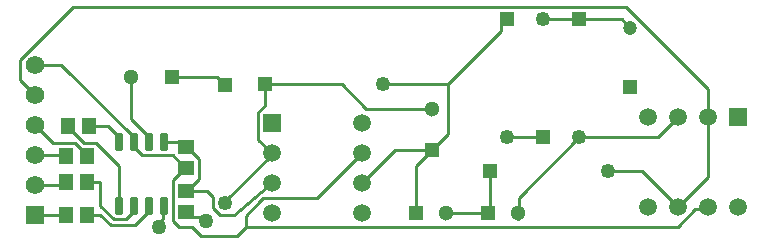
<source format=gtl>
G04*
G04 #@! TF.GenerationSoftware,Altium Limited,Altium Designer,23.11.1 (41)*
G04*
G04 Layer_Physical_Order=1*
G04 Layer_Color=255*
%FSLAX25Y25*%
%MOIN*%
G70*
G04*
G04 #@! TF.SameCoordinates,116AF878-A71F-484F-92B7-8D16203D6036*
G04*
G04*
G04 #@! TF.FilePolarity,Positive*
G04*
G01*
G75*
%ADD18C,0.04921*%
%ADD19R,0.04921X0.04921*%
%ADD24R,0.05118X0.05118*%
%ADD25C,0.05118*%
%ADD26R,0.04724X0.04724*%
%ADD27C,0.04724*%
%ADD28R,0.04921X0.04921*%
%ADD30R,0.05118X0.05118*%
%ADD31C,0.06181*%
%ADD32R,0.06181X0.06181*%
%ADD34C,0.01000*%
G04:AMPARAMS|DCode=35|XSize=23.62mil|YSize=57.09mil|CornerRadius=2.01mil|HoleSize=0mil|Usage=FLASHONLY|Rotation=180.000|XOffset=0mil|YOffset=0mil|HoleType=Round|Shape=RoundedRectangle|*
%AMROUNDEDRECTD35*
21,1,0.02362,0.05307,0,0,180.0*
21,1,0.01961,0.05709,0,0,180.0*
1,1,0.00402,-0.00980,0.02653*
1,1,0.00402,0.00980,0.02653*
1,1,0.00402,0.00980,-0.02653*
1,1,0.00402,-0.00980,-0.02653*
%
%ADD35ROUNDEDRECTD35*%
%ADD36R,0.04724X0.05512*%
%ADD37R,0.05512X0.04724*%
%ADD38C,0.05906*%
%ADD39R,0.05906X0.05906*%
%ADD40R,0.05906X0.05906*%
%ADD41C,0.05000*%
D18*
X290500Y134815D02*
D03*
X266500D02*
D03*
X278500Y174185D02*
D03*
X300185Y123500D02*
D03*
X225185Y152500D02*
D03*
X172500Y112815D02*
D03*
D19*
X290500Y174185D02*
D03*
X266500D02*
D03*
X278500Y134815D02*
D03*
X172500Y152185D02*
D03*
D24*
X241500Y130610D02*
D03*
D25*
X270000Y109500D02*
D03*
X241500Y144390D02*
D03*
X246000Y109500D02*
D03*
X141110Y155000D02*
D03*
D26*
X307500Y151657D02*
D03*
D27*
Y171343D02*
D03*
D28*
X260815Y123500D02*
D03*
X185815Y152500D02*
D03*
D30*
X260000Y109500D02*
D03*
X236000D02*
D03*
X154890Y155000D02*
D03*
D31*
X109000Y159000D02*
D03*
Y149000D02*
D03*
Y139000D02*
D03*
Y129000D02*
D03*
Y119000D02*
D03*
D32*
Y109000D02*
D03*
D34*
X184288Y113778D02*
X184000Y113500D01*
X151835Y107417D02*
Y111607D01*
X150500Y106082D02*
X151835Y107417D01*
X150500Y105000D02*
Y106082D01*
X151835Y111607D02*
X152000Y111772D01*
X164437Y102000D02*
X176297D01*
X179345Y105047D01*
X161390D02*
X164437Y102000D01*
X161362Y108095D02*
X163823D01*
X164918Y107000D01*
X166000D01*
X159500Y109957D02*
X161362Y108095D01*
X157170Y105047D02*
X161390D01*
X184288Y113778D02*
X185103Y114500D01*
X184275Y116500D02*
X188000Y119500D01*
X179345Y105047D02*
Y108591D01*
X185103Y114500D02*
X203000D01*
X174646Y108854D02*
X175474Y108854D01*
X184275Y116500D01*
X179345Y108591D02*
X184000Y113500D01*
X203000Y114500D02*
X218000Y129500D01*
X155244Y106973D02*
X157170Y105047D01*
X170860Y108854D02*
X174646D01*
X168539Y111174D02*
Y114961D01*
Y111174D02*
X170860Y108854D01*
X166457Y117043D02*
X168539Y114961D01*
X159500Y117043D02*
X166457D01*
X126543Y128500D02*
Y128894D01*
X124681Y130756D02*
X126543Y128894D01*
X124440Y130756D02*
X124681D01*
X122440Y132756D02*
X124440Y130756D01*
X115244Y132756D02*
X122440D01*
X109000Y139000D02*
X115244Y132756D01*
X119957Y138106D02*
X125307Y132756D01*
X129527D01*
X109000Y109000D02*
X109000Y109000D01*
X119457D01*
X109000Y119000D02*
X118457D01*
X119457Y120000D01*
X118957Y129000D02*
X119457Y128500D01*
X109000Y129000D02*
X118957D01*
X300185Y123500D02*
X311500D01*
X323500Y111500D01*
X104000Y154000D02*
Y160492D01*
X121654Y178146D01*
X306159D01*
X333500Y150804D01*
Y141500D02*
Y150804D01*
X179345Y105047D02*
X323344D01*
X329047Y110750D01*
X332750D01*
X333500Y111500D01*
Y121500D02*
Y141500D01*
X323500Y111500D02*
X333500Y121500D01*
X270305Y114620D02*
X290500Y134815D01*
X270000Y109500D02*
X270305Y109805D01*
Y114620D01*
X260000Y109500D02*
X260815Y110315D01*
Y123500D01*
X246000Y109500D02*
X260000D01*
X246815Y135925D02*
Y152500D01*
X241500Y130610D02*
X246815Y135925D01*
X219407Y144390D02*
X241500D01*
X211297Y152500D02*
X219407Y144390D01*
X229110Y130610D02*
X241500D01*
X218000Y119500D02*
X229110Y130610D01*
X236000Y125110D02*
X241500Y130610D01*
X236000Y109500D02*
Y125110D01*
X316815Y134815D02*
X323500Y141500D01*
X290500Y134815D02*
X316815D01*
X290500Y174185D02*
X304658D01*
X307500Y171343D01*
X278500Y174185D02*
X290500D01*
X266500Y134815D02*
X278500D01*
X264539Y170224D02*
Y172224D01*
X246815Y152500D02*
X264539Y170224D01*
Y172224D02*
X266500Y174185D01*
X270000Y107500D02*
X270305Y107805D01*
X225185Y152500D02*
X246815D01*
X155244Y120595D02*
X159106Y124457D01*
X159500D01*
X155244Y106973D02*
Y120595D01*
X185815Y152500D02*
X211297D01*
X183547Y133953D02*
X188000Y129500D01*
X183547Y133953D02*
Y143074D01*
X185815Y145342D01*
Y152500D01*
X172500Y113408D02*
X188000Y128908D01*
X172500Y112815D02*
Y113408D01*
X188000Y128908D02*
Y129500D01*
X169685Y155000D02*
X172500Y152185D01*
X154890Y155000D02*
X169685D01*
X141110Y140791D02*
Y155000D01*
Y140791D02*
X147000Y134902D01*
Y133228D02*
Y134902D01*
X117902Y159000D02*
X142000Y134902D01*
X109000Y159000D02*
X117902D01*
X142000Y133228D02*
Y134902D01*
X104000Y154000D02*
X109000Y149000D01*
X163756Y120905D02*
Y127681D01*
X159894Y117043D02*
X163756Y120905D01*
X159500Y131543D02*
X159894D01*
X163756Y127681D01*
X152000Y133228D02*
X157815D01*
X159500Y131543D01*
X157244Y126319D02*
Y126560D01*
X154930Y128874D02*
X157244Y126560D01*
X144681Y128874D02*
X154930D01*
X157244Y126319D02*
X159106Y124457D01*
X142000Y131555D02*
X144681Y128874D01*
X142000Y131555D02*
Y133228D01*
X133402Y138500D02*
X137000Y134902D01*
X127043Y138500D02*
X133402D01*
X137000Y111772D02*
Y125283D01*
X129527Y132756D02*
X137000Y125283D01*
X119957Y138106D02*
Y138500D01*
X126543Y120000D02*
X130703D01*
Y112030D02*
Y120000D01*
X137000Y133228D02*
Y134902D01*
X147000Y110098D02*
Y111772D01*
X142319Y105417D02*
X147000Y110098D01*
X130904Y109000D02*
X134487Y105417D01*
X126543Y109000D02*
X130904D01*
X134487Y105417D02*
X142319D01*
X130703Y112030D02*
X135315Y107417D01*
X139319D01*
X142000Y110098D01*
Y111772D01*
D35*
X137000D02*
D03*
X142000D02*
D03*
X147000D02*
D03*
X152000D02*
D03*
X137000Y133228D02*
D03*
X142000D02*
D03*
X147000D02*
D03*
X152000D02*
D03*
D36*
X127043Y138500D02*
D03*
X119957D02*
D03*
X126543Y120000D02*
D03*
X119457D02*
D03*
X126543Y109000D02*
D03*
X119457D02*
D03*
X126543Y128500D02*
D03*
X119457D02*
D03*
D37*
X159500Y124457D02*
D03*
Y131543D02*
D03*
X159500Y117043D02*
D03*
Y109957D02*
D03*
D38*
X313500Y111500D02*
D03*
X323500D02*
D03*
X333500D02*
D03*
X343500D02*
D03*
X313500Y141500D02*
D03*
X323500D02*
D03*
X333500D02*
D03*
X188000Y129500D02*
D03*
Y119500D02*
D03*
Y109500D02*
D03*
X218000Y139500D02*
D03*
Y129500D02*
D03*
Y119500D02*
D03*
Y109500D02*
D03*
D39*
X343500Y141500D02*
D03*
D40*
X188000Y139500D02*
D03*
D41*
X150500Y105000D02*
D03*
X166000Y107000D02*
D03*
M02*

</source>
